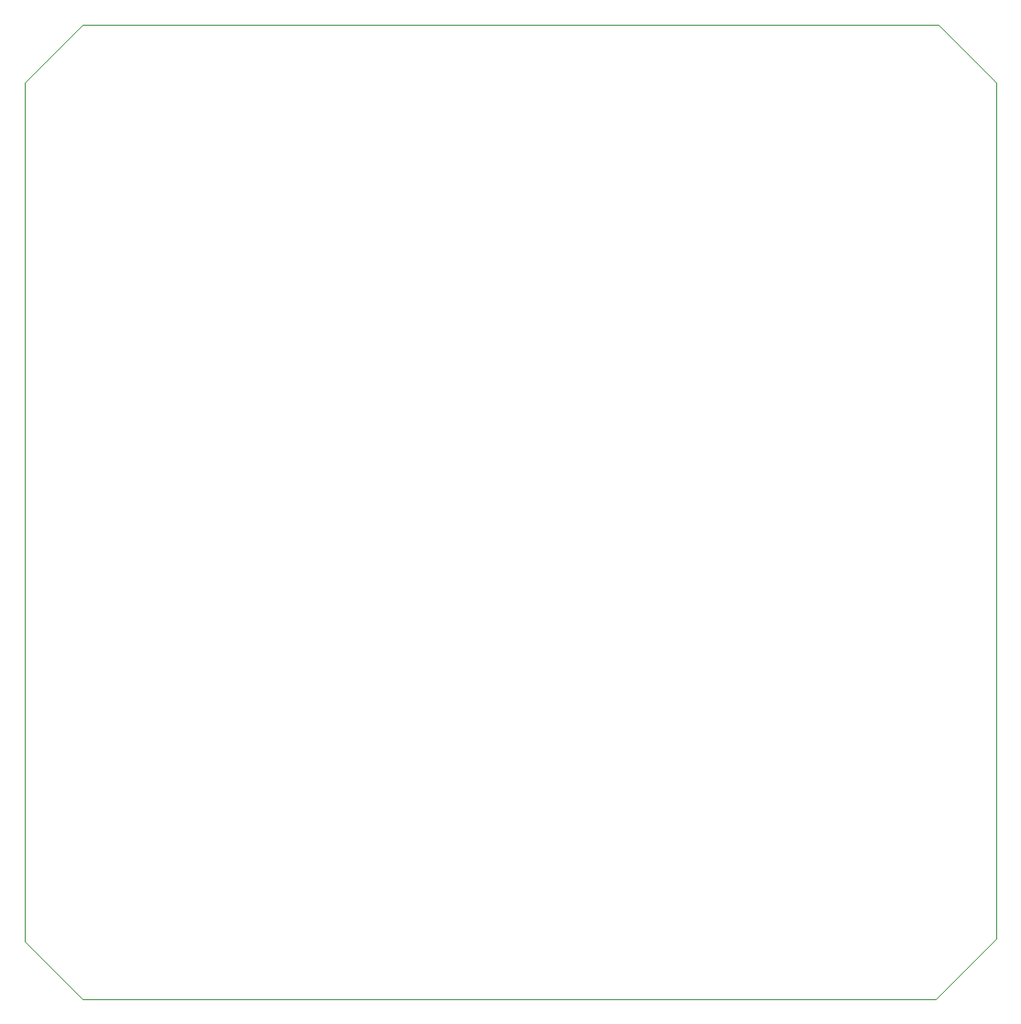
<source format=gbr>
G04 #@! TF.GenerationSoftware,KiCad,Pcbnew,5.1.5-52549c5~86~ubuntu18.04.1*
G04 #@! TF.CreationDate,2020-05-08T12:09:20-07:00*
G04 #@! TF.ProjectId,Extention Boards,45787465-6e74-4696-9f6e-20426f617264,rev?*
G04 #@! TF.SameCoordinates,Original*
G04 #@! TF.FileFunction,Profile,NP*
%FSLAX46Y46*%
G04 Gerber Fmt 4.6, Leading zero omitted, Abs format (unit mm)*
G04 Created by KiCad (PCBNEW 5.1.5-52549c5~86~ubuntu18.04.1) date 2020-05-08 12:09:20*
%MOMM*%
%LPD*%
G04 APERTURE LIST*
%ADD10C,0.050000*%
G04 APERTURE END LIST*
D10*
X139446000Y-68326000D02*
X144780000Y-62986920D01*
X139446000Y-147574000D02*
X139446000Y-68326000D01*
X144790160Y-152902920D02*
X139446000Y-147574000D01*
X223530160Y-152902920D02*
X144790160Y-152902920D01*
X229133400Y-147325080D02*
X223530160Y-152902920D01*
X229133400Y-68326000D02*
X229133400Y-147325080D01*
X223774000Y-62992000D02*
X229133400Y-68326000D01*
X144780000Y-62986920D02*
X223774000Y-62992000D01*
M02*

</source>
